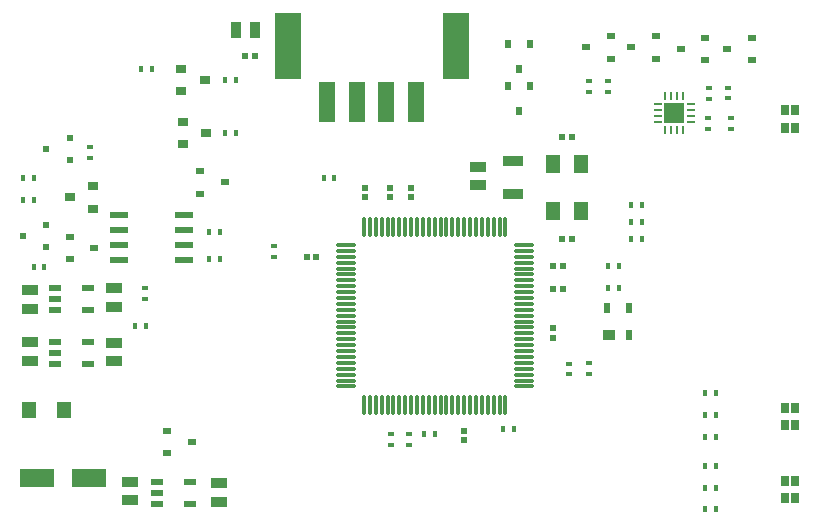
<source format=gtp>
%FSTAX23Y23*%
%MOIN*%
%SFA1B1*%

%IPPOS*%
%ADD10R,0.053000X0.037000*%
%ADD11R,0.022000X0.018000*%
%ADD12R,0.091000X0.220000*%
%ADD13R,0.055000X0.134000*%
%ADD14O,0.071000X0.012000*%
%ADD15O,0.012000X0.071000*%
%ADD16R,0.118000X0.063000*%
%ADD17R,0.018000X0.022000*%
%ADD18R,0.020000X0.020000*%
%ADD19R,0.020000X0.020000*%
%ADD20R,0.035000X0.031000*%
%ADD21R,0.037000X0.053000*%
%ADD22R,0.028000X0.024000*%
%ADD23R,0.060000X0.024000*%
%ADD24R,0.067000X0.037000*%
%ADD25R,0.024000X0.028000*%
%ADD26R,0.024000X0.035000*%
%ADD27R,0.039000X0.035000*%
%ADD28R,0.051000X0.055000*%
%ADD29R,0.041000X0.024000*%
%ADD30R,0.051000X0.063000*%
%ADD31R,0.026000X0.033000*%
%ADD32R,0.065000X0.065000*%
%ADD33R,0.010000X0.028000*%
%ADD34R,0.028000X0.010000*%
%ADD71R,0.024000X0.020000*%
%LNkavi_pcb_r5-1*%
%LPD*%
G54D10*
X00992Y-00131D03*
Y-00069D03*
X00694Y-00126D03*
Y-00064D03*
X0036Y0034D03*
Y00402D03*
Y00576D03*
Y00513D03*
X0064Y00338D03*
Y004D03*
Y0052D03*
Y00582D03*
X01855Y00924D03*
Y00986D03*
G54D11*
X02158Y00295D03*
Y0033D03*
X02226Y00333D03*
Y00297D03*
X02223Y01272D03*
Y01236D03*
X02289Y01237D03*
Y01272D03*
X02622Y01113D03*
Y01148D03*
X02697Y01113D03*
Y01149D03*
X02689Y01214D03*
Y01249D03*
X00745Y00547D03*
Y00583D03*
X01176Y00723D03*
Y00687D03*
X02623Y01213D03*
Y01248D03*
X0056Y01017D03*
Y01053D03*
X01566Y00095D03*
Y00059D03*
X01623Y00095D03*
Y00059D03*
G54D12*
X0122Y0139D03*
X0178D03*
G54D13*
X01352Y01202D03*
X0145D03*
X01549D03*
X01647D03*
G54D14*
X02007Y00726D03*
Y00707D03*
Y00687D03*
Y00667D03*
Y00647D03*
Y00628D03*
Y00608D03*
Y00588D03*
Y00569D03*
Y00549D03*
Y00529D03*
Y0051D03*
Y0049D03*
Y0047D03*
Y00451D03*
Y00431D03*
Y00411D03*
Y00392D03*
Y00372D03*
Y00352D03*
Y00333D03*
Y00313D03*
Y00293D03*
Y00273D03*
Y00254D03*
X01413D03*
Y00273D03*
Y00293D03*
Y00313D03*
Y00333D03*
Y00352D03*
Y00372D03*
Y00392D03*
Y00411D03*
Y00431D03*
Y00451D03*
Y0047D03*
Y0049D03*
Y0051D03*
Y00529D03*
Y00549D03*
Y00569D03*
Y00588D03*
Y00608D03*
Y00628D03*
Y00647D03*
Y00667D03*
Y00687D03*
Y00707D03*
Y00726D03*
G54D15*
X01946Y00193D03*
X01927D03*
X01907D03*
X01887D03*
X01867D03*
X01848D03*
X01828D03*
X01808D03*
X01789D03*
X01769D03*
X01749D03*
X0173D03*
X0171D03*
X0169D03*
X01671D03*
X01651D03*
X01631D03*
X01612D03*
X01592D03*
X01572D03*
X01553D03*
X01533D03*
X01513D03*
X01493D03*
X01474D03*
Y00787D03*
X01493D03*
X01513D03*
X01533D03*
X01553D03*
X01572D03*
X01592D03*
X01612D03*
X01631D03*
X01651D03*
X01671D03*
X0169D03*
X0171D03*
X0173D03*
X01749D03*
X01769D03*
X01789D03*
X01808D03*
X01828D03*
X01848D03*
X01867D03*
X01887D03*
X01907D03*
X01927D03*
X01946D03*
G54D16*
X00558Y-0005D03*
X00385D03*
G54D17*
X02288Y00654D03*
X02287Y00582D03*
X00712Y00455D03*
X00748D03*
X00993Y00769D03*
X00957D03*
Y00678D03*
X00993D03*
X02324Y00654D03*
X02323Y00582D03*
X00732Y01312D03*
X00768D03*
X01012Y01275D03*
X01048D03*
X01012Y011D03*
X01048D03*
X00337Y0095D03*
X00373D03*
Y00875D03*
X00337D03*
X00373Y00653D03*
X00409D03*
X01375Y00949D03*
X0134D03*
X02365Y00858D03*
X02401D03*
X02364Y00801D03*
X024D03*
X02366Y00744D03*
X02402D03*
X02612Y00159D03*
X02648D03*
X02612Y00231D03*
X02648D03*
X02612Y00087D03*
X02648D03*
X02612Y-00011D03*
X02648D03*
X02612Y-00083D03*
X02648D03*
X02612Y-00155D03*
X02648D03*
X0171Y00096D03*
X01674D03*
X01973Y00111D03*
X01937D03*
G54D18*
X02105Y0058D03*
X02137D03*
Y00655D03*
X02105D03*
X02136Y00747D03*
X02167D03*
Y01085D03*
X02136D03*
X01079Y01357D03*
X01111D03*
X01283Y00687D03*
X01315D03*
G54D19*
X02105Y00416D03*
Y00448D03*
X01479Y00917D03*
Y00885D03*
X01562Y00917D03*
Y00885D03*
X0163Y00917D03*
Y00885D03*
X01808Y00075D03*
Y00106D03*
G54D20*
X00572Y00847D03*
Y00921D03*
X00494Y00884D03*
X00866Y01312D03*
Y01238D03*
X00944Y01275D03*
X00871Y01137D03*
Y01063D03*
X00949Y011D03*
G54D21*
X01049Y01443D03*
X01112D03*
G54D22*
X00928Y00971D03*
Y00897D03*
X0101Y00934D03*
X02612Y01342D03*
Y01416D03*
X0253Y01379D03*
X02297Y01347D03*
Y01421D03*
X02215Y01384D03*
X02767Y01342D03*
Y01416D03*
X02685Y01379D03*
X02447Y01347D03*
Y01421D03*
X02365Y01384D03*
X00819Y00107D03*
Y00033D03*
X00901Y0007D03*
X00494Y00752D03*
Y00678D03*
X00576Y00715D03*
G54D23*
X00657Y00825D03*
Y00775D03*
Y00725D03*
Y00675D03*
X00873Y00825D03*
Y00775D03*
Y00725D03*
Y00675D03*
G54D24*
X0197Y00895D03*
Y01005D03*
G54D25*
X02028Y01255D03*
X01954D03*
X01991Y01173D03*
X02028Y01395D03*
X01954D03*
X01991Y01313D03*
G54D26*
X02283Y00515D03*
X02357D03*
Y00425D03*
G54D27*
X0229Y00425D03*
G54D28*
X00359Y00175D03*
X00473D03*
G54D29*
X00554Y00402D03*
Y00328D03*
X00446D03*
Y00365D03*
Y00402D03*
X00894Y-00063D03*
Y-00137D03*
X00786D03*
Y-001D03*
Y-00063D03*
X00554Y00582D03*
Y00508D03*
X00446D03*
Y00545D03*
Y00582D03*
G54D30*
X02197Y00996D03*
Y00838D03*
X02103Y00996D03*
Y00838D03*
G54D31*
X02879Y00125D03*
X02912D03*
Y00183D03*
X02879Y00182D03*
Y-0006D03*
X02912D03*
Y-00117D03*
X02879D03*
Y01117D03*
X02912D03*
Y01175D03*
X02879Y01174D03*
G54D32*
X02509Y01166D03*
G54D33*
X02479Y01222D03*
X02499D03*
X02519D03*
X02539D03*
Y0111D03*
X02519D03*
X02499D03*
X02479D03*
G54D34*
X02565Y01196D03*
Y01176D03*
Y01156D03*
Y01136D03*
X02453D03*
Y01156D03*
Y01176D03*
Y01196D03*
G54D71*
X00338Y00756D03*
X00416Y00719D03*
Y00793D03*
X00415Y01045D03*
X00493Y01008D03*
Y01082D03*
M02*
</source>
